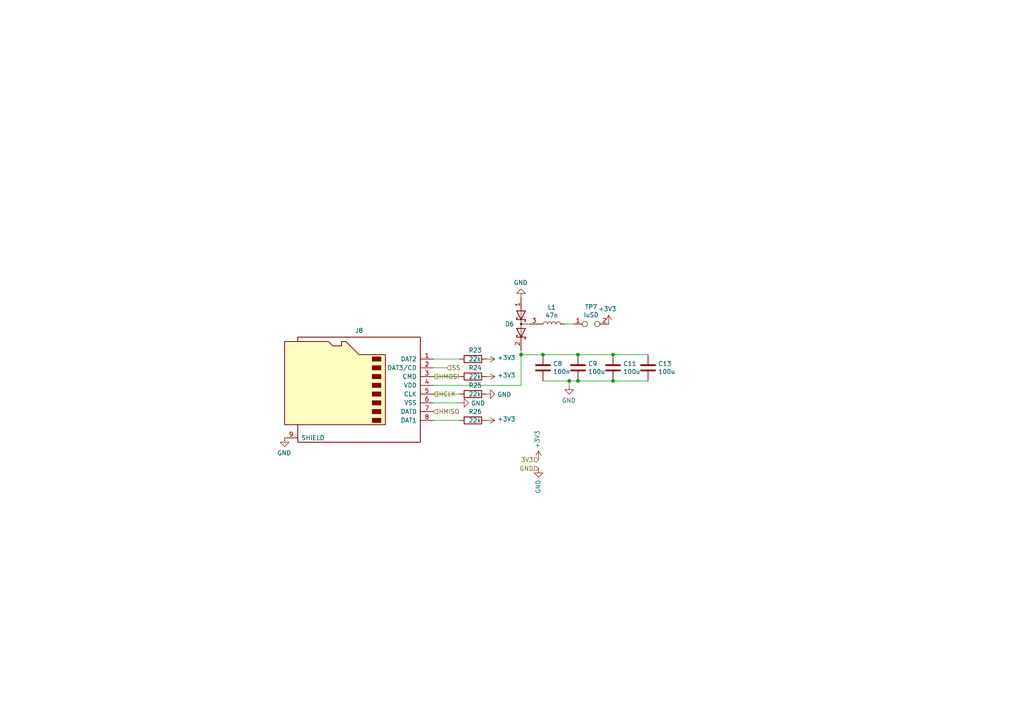
<source format=kicad_sch>
(kicad_sch (version 20211123) (generator eeschema)
  (paper "A4")
  (lib_symbols
    (symbol "Connector:Micro_SD_Card" (pin_names (offset 1.016))
      (property "Reference" "J" (at -16.51 15.24 0))
      (property "Value" "Connector_Micro_SD_Card" (at 16.51 15.24 0))
      (symbol "Micro_SD_Card_0_1"
        (rectangle (start -7.62 -9.525) (end -5.08 -10.795) (fill (type outline)))
        (rectangle (start -7.62 -6.985) (end -5.08 -8.255) (fill (type outline)))
        (rectangle (start -7.62 -4.445) (end -5.08 -5.715) (fill (type outline)))
        (rectangle (start -7.62 -1.905) (end -5.08 -3.175) (fill (type outline)))
        (rectangle (start -7.62 0.635) (end -5.08 -0.635) (fill (type outline)))
        (rectangle (start -7.62 3.175) (end -5.08 1.905) (fill (type outline)))
        (rectangle (start -7.62 5.715) (end -5.08 4.445) (fill (type outline)))
        (rectangle (start -7.62 8.255) (end -5.08 6.985) (fill (type outline)))
        (polyline (pts (xy 16.51 12.7) (xy 16.51 13.97) (xy -19.05 13.97) (xy -19.05 -16.51) (xy 16.51 -16.51) (xy 16.51 -11.43)) (stroke (width 0.254)))
        (polyline (pts (xy -8.89 -11.43) (xy -8.89 8.89) (xy -1.27 8.89) (xy 2.54 12.7) (xy 3.81 12.7) (xy 3.81 11.43) (xy 6.35 11.43) (xy 7.62 12.7) (xy 20.32 12.7) (xy 20.32 -11.43) (xy -8.89 -11.43)) (stroke (width 0.254)) (fill (type background)))
      )
      (symbol "Micro_SD_Card_1_1"
        (pin bidirectional line (at -22.86 7.62 0) (length 3.81) (name "DAT2") (number "1"))
        (pin bidirectional line (at -22.86 5.08 0) (length 3.81) (name "DAT3/CD") (number "2"))
        (pin input line (at -22.86 2.54 0) (length 3.81) (name "CMD") (number "3"))
        (pin power_in line (at -22.86 0 0) (length 3.81) (name "VDD") (number "4"))
        (pin input line (at -22.86 -2.54 0) (length 3.81) (name "CLK") (number "5"))
        (pin power_in line (at -22.86 -5.08 0) (length 3.81) (name "VSS") (number "6"))
        (pin bidirectional line (at -22.86 -7.62 0) (length 3.81) (name "DAT0") (number "7"))
        (pin bidirectional line (at -22.86 -10.16 0) (length 3.81) (name "DAT1") (number "8"))
        (pin passive line (at 20.32 -15.24 180) (length 3.81) (name "SHIELD") (number "9"))
      )
    )
    (symbol "Connector:TestPoint_2Pole" (pin_names (offset 0.762) hide)
      (property "Reference" "TP" (at 0 1.524 0))
      (property "Value" "Connector_TestPoint_2Pole" (at 0 -1.778 0))
      (symbol "TestPoint_2Pole_0_1"
        (circle (center -1.778 0) (radius 0.762))
        (circle (center 1.778 0) (radius 0.762))
        (pin passive line (at -5.08 0 0) (length 2.54) (name "1") (number "1"))
        (pin passive line (at 5.08 0 180) (length 2.54) (name "2") (number "2"))
      )
    )
    (symbol "Device:C" (pin_numbers hide) (pin_names (offset 0.254))
      (property "Reference" "C" (at 0.635 2.54 0))
      (property "Value" "Device_C" (at 0.635 -2.54 0))
      (symbol "C_0_1"
        (polyline (pts (xy -2.032 -0.762) (xy 2.032 -0.762)) (stroke (width 0.508)))
        (polyline (pts (xy -2.032 0.762) (xy 2.032 0.762)) (stroke (width 0.508)))
      )
      (symbol "C_1_1"
        (pin passive line (at 0 3.81 270) (length 2.794) (name "~") (number "1"))
        (pin passive line (at 0 -3.81 90) (length 2.794) (name "~") (number "2"))
      )
    )
    (symbol "Device:D_Schottky_Dual_Series_AKC" (pin_names (offset 0.762) hide)
      (property "Reference" "D" (at 1.27 -2.54 0))
      (property "Value" "Device_D_Schottky_Dual_Series_AKC" (at 0 2.54 0))
      (symbol "D_Schottky_Dual_Series_AKC_0_1"
        (polyline (pts (xy -3.81 0) (xy 3.81 0)))
        (polyline (pts (xy 0 0) (xy 0 -2.54)))
        (polyline (pts (xy 6.35 0) (xy 7.62 0)))
        (polyline (pts (xy -1.27 -1.27) (xy -1.27 1.27) (xy -1.27 1.27)) (stroke (width 0.254)))
        (polyline (pts (xy 3.81 1.27) (xy 3.81 -1.27) (xy 3.81 -1.27)) (stroke (width 0.254)))
        (polyline (pts (xy -1.27 -1.27) (xy -0.762 -1.27) (xy -0.762 -1.016) (xy -0.762 -1.016)) (stroke (width 0.254)))
        (polyline (pts (xy 3.81 -1.27) (xy 4.318 -1.27) (xy 4.318 -1.016) (xy 4.318 -1.016)) (stroke (width 0.254)))
        (polyline (pts (xy 3.81 1.27) (xy 3.302 1.27) (xy 3.302 1.016) (xy 3.302 1.016)) (stroke (width 0.254)))
        (polyline (pts (xy -1.778 1.016) (xy -1.778 1.27) (xy -1.27 1.27) (xy -1.27 1.27) (xy -1.27 1.27)) (stroke (width 0.254)))
        (polyline (pts (xy -3.81 1.27) (xy -1.27 0) (xy -3.81 -1.27) (xy -3.81 1.27) (xy -3.81 1.27) (xy -3.81 1.27)) (stroke (width 0.254)))
        (polyline (pts (xy 1.27 1.27) (xy 3.81 0) (xy 1.27 -1.27) (xy 1.27 1.27) (xy 1.27 1.27) (xy 1.27 1.27)) (stroke (width 0.254)))
        (circle (center 0 0) (radius 0.254) (fill (type outline)))
        (pin passive line (at -7.62 0 0) (length 3.81) (name "A") (number "1"))
        (pin passive line (at 7.62 0 180) (length 3.81) (name "K") (number "2"))
        (pin passive line (at 0 -5.08 90) (length 2.54) (name "common") (number "3"))
      )
    )
    (symbol "Device:L" (pin_numbers hide) (pin_names (offset 1.016) hide)
      (property "Reference" "L" (at -1.27 0 90))
      (property "Value" "Device_L" (at 1.905 0 90))
      (symbol "L_0_1"
        (arc (start 0 -2.54) (mid 0.635 -1.905) (end 0 -1.27))
        (arc (start 0 -1.27) (mid 0.635 -0.635) (end 0 0))
        (arc (start 0 0) (mid 0.635 0.635) (end 0 1.27))
        (arc (start 0 1.27) (mid 0.635 1.905) (end 0 2.54))
      )
      (symbol "L_1_1"
        (pin passive line (at 0 3.81 270) (length 1.27) (name "1") (number "1"))
        (pin passive line (at 0 -3.81 90) (length 1.27) (name "2") (number "2"))
      )
    )
    (symbol "Device:R" (pin_numbers hide) (pin_names (offset 0))
      (property "Reference" "R" (at 2.032 0 90))
      (property "Value" "Device_R" (at 0 0 90))
      (symbol "R_0_1"
        (rectangle (start -1.016 -2.54) (end 1.016 2.54) (stroke (width 0.254)))
      )
      (symbol "R_1_1"
        (pin passive line (at 0 3.81 270) (length 1.27) (name "~") (number "1"))
        (pin passive line (at 0 -3.81 90) (length 1.27) (name "~") (number "2"))
      )
    )
    (symbol "power:+3.3V" (power) (pin_names (offset 0))
      (property "Value" "power_+3.3V" (at 0 3.556 0))
      (symbol "+3.3V_0_1"
        (polyline (pts (xy -0.762 1.27) (xy 0 2.54)))
        (polyline (pts (xy 0 0) (xy 0 2.54)))
        (polyline (pts (xy 0 2.54) (xy 0.762 1.27)))
      )
      (symbol "+3.3V_1_1"
        (pin power_in line (at 0 0 90) (length 0) hide (name "+3V3") (number "1"))
      )
    )
    (symbol "power:GND" (power) (pin_names (offset 0))
      (property "Value" "power_GND" (at 0 -3.81 0))
      (symbol "GND_0_1"
        (polyline (pts (xy 0 0) (xy 0 -1.27) (xy 1.27 -1.27) (xy 0 -2.54) (xy -1.27 -1.27) (xy 0 -1.27)))
      )
      (symbol "GND_1_1"
        (pin power_in line (at 0 0 270) (length 0) hide (name "GND") (number "1"))
      )
    )
  )
  (junction (at 151.13 102.87))
  (junction (at 167.64 102.87))
  (junction (at 157.48 102.87))
  (junction (at 177.8 102.87))
  (junction (at 177.8 110.49))
  (junction (at 165.1 110.49))
  (junction (at 167.64 110.49))
  (wire (pts (xy 187.96 110.49) (xy 177.8 110.49)))
  (wire (pts (xy 163.83 93.98) (xy 166.37 93.98)))
  (wire (pts (xy 151.13 102.87) (xy 157.48 102.87)))
  (wire (pts (xy 187.96 102.87) (xy 177.8 102.87)))
  (wire (pts (xy 151.13 111.76) (xy 125.73 111.76)))
  (wire (pts (xy 165.1 111.76) (xy 165.1 110.49)))
  (wire (pts (xy 151.13 111.76) (xy 151.13 102.87)))
  (wire (pts (xy 167.64 110.49) (xy 165.1 110.49)))
  (wire (pts (xy 125.73 106.68) (xy 129.54 106.68)))
  (wire (pts (xy 151.13 101.6) (xy 151.13 102.87)))
  (wire (pts (xy 133.35 121.92) (xy 125.73 121.92)))
  (wire (pts (xy 133.35 114.3) (xy 125.73 114.3)))
  (wire (pts (xy 133.35 104.14) (xy 125.73 104.14)))
  (wire (pts (xy 125.73 109.22) (xy 133.35 109.22)))
  (wire (pts (xy 177.8 110.49) (xy 167.64 110.49)))
  (wire (pts (xy 167.64 102.87) (xy 157.48 102.87)))
  (wire (pts (xy 165.1 110.49) (xy 157.48 110.49)))
  (wire (pts (xy 177.8 102.87) (xy 167.64 102.87)))
  (wire (pts (xy 133.35 116.84) (xy 125.73 116.84)))
  (hierarchical_label "HCLK" (shape input) (at 125.73 114.3 0))
  (hierarchical_label "SS" (shape input) (at 129.54 106.68 0))
  (hierarchical_label "HMOSI" (shape input) (at 125.73 109.22 0))
  (hierarchical_label "3V3" (shape input) (at 156.21 133.35 180))
  (hierarchical_label "HMISO" (shape input) (at 125.73 119.38 0))
  (hierarchical_label "GND" (shape input) (at 156.21 135.89 180))
  (symbol (lib_id "Connector:TestPoint_2Pole") (at 171.45 93.98 0) (unit 1)
    (property "Reference" "TP7" (at 171.45 89.027 0))
    (property "Value" "IuSD" (at 171.45 91.3384 0))
    (property "Footprint" "Connector_PinHeader_2.54mm:PinHeader_1x02_P2.54mm_Vertical" (effects hide))
  )
  (symbol (lib_id "Device:C") (at 177.8 106.68 0)
    (property "Reference" "C11" (at 180.721 105.5116 0) (effects (justify left)))
    (property "Value" "100u" (at 180.721 107.823 0) (effects (justify left)))
    (property "Footprint" "Capacitor_SMD:C_1206_3216Metric_Pad1.33x1.80mm_HandSolder" (effects hide))
    (property "Datasheet" "https://search.murata.co.jp/Ceramy/image/img/A01X/G101/ENG/GRM31CR60J227ME11-01.pdf" (effects hide))
    (property "LCSC" "C312983" (effects hide))
    (property "Digikey" "490-13970-1-ND" (effects hide))
  )
  (symbol (lib_id "Device:C") (at 167.64 106.68 0)
    (property "Reference" "C9" (at 170.561 105.5116 0) (effects (justify left)))
    (property "Value" "100u" (at 170.561 107.823 0) (effects (justify left)))
    (property "Footprint" "Capacitor_SMD:C_1206_3216Metric_Pad1.33x1.80mm_HandSolder" (effects hide))
    (property "Digikey" "1276-1782-1-ND" (effects hide))
    (property "LCSC" "C312983" (effects hide))
  )
  (symbol (lib_id "power:GND") (at 140.97 114.3 90) (mirror x)
    (property "Reference" "#PWR050" (effects hide))
    (property "Value" "GND" (at 144.2212 114.427 90) (effects (justify right)))
  )
  (symbol (lib_id "Device:R") (at 137.16 114.3 270) (mirror x)
    (property "Reference" "R25" (at 135.89 111.76 90) (effects (justify left)))
    (property "Value" "22k" (at 135.89 114.3 90) (effects (justify left)))
    (property "Footprint" "Resistor_SMD:R_1206_3216Metric_Pad1.30x1.75mm_HandSolder" (effects hide))
    (property "LCSC" "C229456" (effects hide))
    (property "Digikey" "311-22.0KFRCT-ND" (effects hide))
  )
  (symbol (lib_id "power:+3.3V") (at 140.97 104.14 270) (mirror x)
    (property "Reference" "#PWR047" (effects hide))
    (property "Value" "+3.3V" (at 144.2212 103.759 90) (effects (justify left)))
  )
  (symbol (lib_id "Device:R") (at 137.16 104.14 270) (mirror x)
    (property "Reference" "R23" (at 135.89 101.6 90) (effects (justify left)))
    (property "Value" "22k" (at 135.89 104.14 90) (effects (justify left)))
    (property "Footprint" "Resistor_SMD:R_1206_3216Metric_Pad1.30x1.75mm_HandSolder" (effects hide))
    (property "LCSC" "C229456" (effects hide))
    (property "Digikey" "311-22.0KFRCT-ND" (effects hide))
  )
  (symbol (lib_id "power:+3.3V") (at 140.97 121.92 270) (mirror x)
    (property "Reference" "#PWR051" (effects hide))
    (property "Value" "+3.3V" (at 144.2212 121.539 90) (effects (justify left)))
  )
  (symbol (lib_id "Device:R") (at 137.16 121.92 270) (mirror x)
    (property "Reference" "R26" (at 135.89 119.38 90) (effects (justify left)))
    (property "Value" "22k" (at 135.89 121.92 90) (effects (justify left)))
    (property "Footprint" "Resistor_SMD:R_1206_3216Metric_Pad1.30x1.75mm_HandSolder" (effects hide))
    (property "LCSC" "C229456" (effects hide))
    (property "Digikey" "311-22.0KFRCT-ND" (effects hide))
  )
  (symbol (lib_id "power:GND") (at 165.1 111.76 0) (mirror y)
    (property "Reference" "#PWR067" (effects hide))
    (property "Value" "GND" (at 164.973 116.1542 0))
  )
  (symbol (lib_id "Device:C") (at 157.48 106.68 0)
    (property "Reference" "C8" (at 160.401 105.5116 0) (effects (justify left)))
    (property "Value" "100n" (at 160.401 107.823 0) (effects (justify left)))
    (property "Footprint" "Capacitor_SMD:C_1206_3216Metric_Pad1.33x1.80mm_HandSolder" (effects hide))
    (property "Digikey" "399-C1206C104K5RAC7800CT-ND" (effects hide))
    (property "LCSC" "C730479" (effects hide))
  )
  (symbol (lib_id "power:+3.3V") (at 176.53 93.98 0) (mirror y)
    (property "Reference" "#PWR073" (effects hide))
    (property "Value" "+3.3V" (at 176.149 89.5858 0))
  )
  (symbol (lib_id "power:GND") (at 133.35 116.84 90) (mirror x)
    (property "Reference" "#PWR046" (effects hide))
    (property "Value" "GND" (at 136.6012 116.967 90) (effects (justify right)))
  )
  (symbol (lib_id "power:+3.3V") (at 140.97 109.22 270) (mirror x)
    (property "Reference" "#PWR048" (effects hide))
    (property "Value" "+3.3V" (at 144.2212 108.839 90) (effects (justify left)))
  )
  (symbol (lib_id "Device:R") (at 137.16 109.22 270) (mirror x)
    (property "Reference" "R24" (at 135.89 106.68 90) (effects (justify left)))
    (property "Value" "22k" (at 135.89 109.22 90) (effects (justify left)))
    (property "Footprint" "Resistor_SMD:R_1206_3216Metric_Pad1.30x1.75mm_HandSolder" (effects hide))
    (property "LCSC" "C229456" (effects hide))
    (property "Digikey" "311-22.0KFRCT-ND" (effects hide))
  )
  (symbol (lib_id "power:GND") (at 82.55 127 0) (mirror y)
    (property "Reference" "#PWR044" (effects hide))
    (property "Value" "GND" (at 82.423 131.3942 0))
  )
  (symbol (lib_id "Connector:Micro_SD_Card") (at 102.87 111.76 0) (mirror y)
    (property "Reference" "J8" (at 104.14 95.885 0))
    (property "Value" "Micro_SD_Card" (effects hide))
    (property "Footprint" "sockets:uSD_Molex_0472192001" (effects hide))
    (property "Datasheet" "https://www.molex.com/pdm_docs/sd/472192001_sd.pdf" (effects hide))
    (property "Partnumber" "472192001" (effects hide))
    (property "Digikey" "WM6698CT-ND" (effects hide))
    (property "LCSC" "C164170" (effects hide))
  )
  (symbol (lib_id "Device:L") (at 160.02 93.98 90)
    (property "Reference" "L1" (at 160.02 89.154 90))
    (property "Value" "47n" (at 160.02 91.4654 90))
    (property "Footprint" "Inductor_SMD:L_1210_3225Metric_Pad1.42x2.65mm_HandSolder" (effects hide))
    (property "Datasheet" "https://datasheet.lcsc.com/szlcsc/1811281037_TDK-NLV32T-047J-EFD_C295338.pdf" (effects hide))
    (property "Digikey" "445-16541-1-ND" (effects hide))
    (property "LCSC" "C295338" (effects hide))
  )
  (symbol (lib_id "Device:D_Schottky_Dual_Series_AKC") (at 151.13 93.98 90) (mirror x)
    (property "Reference" "D6" (at 149.1234 93.98 90) (effects (justify left)))
    (property "Value" "BAT54S" (effects hide))
    (property "Footprint" "Package_TO_SOT_SMD:SOT-23" (effects hide))
    (property "Digikey" "1727-1868-1-ND" (effects hide))
    (property "LCSC" "C47546" (effects hide))
  )
  (symbol (lib_id "power:GND") (at 151.13 86.36 180)
    (property "Reference" "#PWR053" (effects hide))
    (property "Value" "GND" (at 151.003 81.9658 0))
  )
  (symbol (lib_id "Device:C") (at 187.96 106.68 0)
    (property "Reference" "C13" (at 190.881 105.5116 0) (effects (justify left)))
    (property "Value" "100u" (at 190.881 107.823 0) (effects (justify left)))
    (property "Footprint" "Capacitor_SMD:C_1206_3216Metric_Pad1.33x1.80mm_HandSolder" (effects hide))
    (property "LCSC" "C312983" (effects hide))
    (property "Digikey" "490-13970-1-ND" (effects hide))
  )
  (symbol (lib_id "power:+3.3V") (at 156.21 133.35 0) (mirror y)
    (property "Reference" "#PWR054" (effects hide))
    (property "Value" "+3.3V" (at 155.829 130.0988 90) (effects (justify left)))
  )
  (symbol (lib_id "power:GND") (at 156.21 135.89 0) (mirror y)
    (property "Reference" "#PWR066" (effects hide))
    (property "Value" "GND" (at 156.083 139.1412 90) (effects (justify right)))
  )
)
</source>
